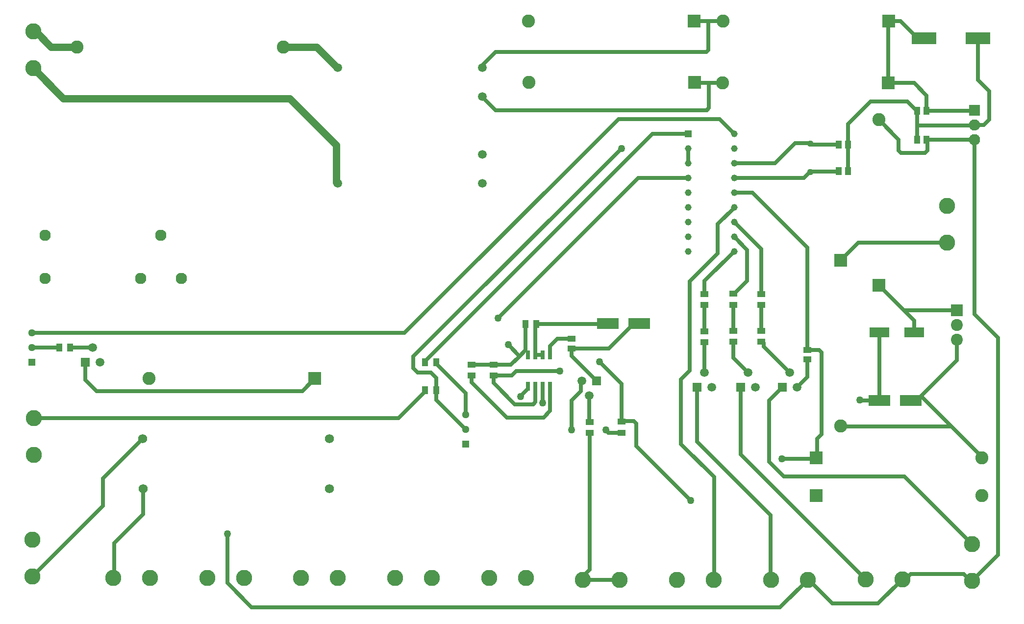
<source format=gtl>
G04*
G04 #@! TF.GenerationSoftware,Altium Limited,Altium Designer,20.0.13 (296)*
G04*
G04 Layer_Physical_Order=1*
G04 Layer_Color=255*
%FSLAX23Y23*%
%MOIN*%
G70*
G01*
G75*
%ADD42R,0.057X0.039*%
%ADD43R,0.169X0.083*%
%ADD44R,0.134X0.071*%
%ADD45R,0.150X0.073*%
%ADD46R,0.039X0.057*%
%ADD47R,0.040X0.058*%
%ADD48R,0.058X0.040*%
%ADD49R,0.026X0.060*%
%ADD50C,0.025*%
%ADD51C,0.050*%
%ADD52R,0.089X0.089*%
%ADD53C,0.089*%
%ADD54C,0.059*%
%ADD55C,0.110*%
%ADD56R,0.059X0.059*%
%ADD57C,0.059*%
%ADD58R,0.046X0.046*%
%ADD59C,0.046*%
%ADD60R,0.076X0.076*%
%ADD61C,0.076*%
%ADD62R,0.081X0.081*%
%ADD63C,0.081*%
%ADD64C,0.044*%
%ADD65R,0.051X0.051*%
%ADD66C,0.051*%
%ADD67C,0.062*%
%ADD68C,0.077*%
%ADD69R,0.089X0.089*%
%ADD70C,0.050*%
D42*
X3365Y1700D02*
D03*
Y1625D02*
D03*
X3215Y1700D02*
D03*
Y1625D02*
D03*
X4800Y2180D02*
D03*
Y2105D02*
D03*
X4995Y2182D02*
D03*
Y2108D02*
D03*
X5185Y2180D02*
D03*
Y2105D02*
D03*
X4020Y1235D02*
D03*
Y1310D02*
D03*
X4235Y1312D02*
D03*
Y1238D02*
D03*
X5185Y1930D02*
D03*
Y1855D02*
D03*
X4995Y1930D02*
D03*
Y1855D02*
D03*
X4800Y1927D02*
D03*
Y1853D02*
D03*
D43*
X6658Y3920D02*
D03*
X6292D02*
D03*
D44*
X5989Y1920D02*
D03*
X6225D02*
D03*
D45*
X4144Y1980D02*
D03*
X4356D02*
D03*
X6201Y1455D02*
D03*
X5989D02*
D03*
D46*
X2900Y1525D02*
D03*
X2975D02*
D03*
X2975Y1715D02*
D03*
X2900D02*
D03*
X3657Y1975D02*
D03*
X3583D02*
D03*
X487Y1815D02*
D03*
X413D02*
D03*
D47*
X5775Y3015D02*
D03*
X5711D02*
D03*
X5777Y3195D02*
D03*
X5713D02*
D03*
X6309Y3425D02*
D03*
X6245D02*
D03*
X6310Y3230D02*
D03*
X6246D02*
D03*
D48*
X3895Y1875D02*
D03*
Y1811D02*
D03*
X5500Y1799D02*
D03*
Y1735D02*
D03*
D49*
X3600Y1553D02*
D03*
X3650D02*
D03*
X3700D02*
D03*
X3750D02*
D03*
Y1767D02*
D03*
X3700D02*
D03*
X3650D02*
D03*
X3600D02*
D03*
D50*
X6735Y3365D02*
Y3560D01*
X6700Y3330D02*
X6735Y3365D01*
X6635Y3330D02*
X6700D01*
X6658Y3637D02*
Y3920D01*
Y3637D02*
X6735Y3560D01*
X5500Y1615D02*
Y1735D01*
X5430Y1545D02*
X5500Y1615D01*
X6246Y3328D02*
Y3424D01*
Y3231D02*
Y3328D01*
X6633D02*
X6635Y3330D01*
X6246Y3328D02*
X6633D01*
X6246Y3231D02*
X6246Y3230D01*
X6245Y3425D02*
X6246Y3424D01*
X6245Y3425D02*
Y3434D01*
X6237Y3441D02*
X6245Y3434D01*
X6229Y3441D02*
X6237D01*
X6180Y3490D02*
X6229Y3441D01*
X5930Y3490D02*
X6180D01*
X5777Y3195D02*
Y3337D01*
X5930Y3490D01*
X5775Y3015D02*
X5776Y3016D01*
Y3194D01*
X5777Y3195D01*
X5986Y1457D02*
X5989Y1455D01*
X5858Y1457D02*
X5986D01*
X5855Y1460D02*
X5858Y1457D01*
X5555Y1060D02*
X5560Y1065D01*
X5240Y1455D02*
X5330Y1545D01*
X5240Y1040D02*
X5340Y940D01*
X5565Y1070D02*
Y1195D01*
X5595Y1225D02*
Y1784D01*
X5045Y1090D02*
X5895Y240D01*
X5580Y1799D02*
X5595Y1784D01*
X5565Y1195D02*
X5595Y1225D01*
X5240Y1040D02*
Y1455D01*
X5500Y1799D02*
X5580D01*
X5340Y940D02*
X6160D01*
X5560Y1065D02*
X5565Y1070D01*
X5045Y1090D02*
Y1545D01*
X5989Y1455D02*
Y1920D01*
X5989Y1920D01*
X3550Y1486D02*
X3600Y1536D01*
X3550Y1483D02*
Y1486D01*
X3600Y1536D02*
Y1553D01*
X3635Y1430D02*
X3650Y1445D01*
X3365Y1575D02*
X3510Y1430D01*
X3635D01*
X3365Y1575D02*
Y1625D01*
X3455Y1340D02*
X3705D01*
X3750Y1385D01*
X3650Y1445D02*
Y1553D01*
X3175Y1360D02*
Y1506D01*
X2975Y1706D02*
X3175Y1506D01*
X2975Y1706D02*
Y1715D01*
X3895Y1760D02*
Y1811D01*
Y1760D02*
X4065Y1590D01*
X4318Y1980D02*
X4356D01*
X4149Y1811D02*
X4318Y1980D01*
X3895Y1811D02*
X4149D01*
X2065Y1520D02*
X2150Y1605D01*
X590Y1595D02*
X665Y1520D01*
X2065D01*
X5980Y75D02*
X6145Y240D01*
X6167D01*
X6202Y275D01*
X6563D01*
X6608Y230D02*
X6620D01*
X6563Y275D02*
X6608Y230D01*
X3974Y260D02*
X4020Y306D01*
Y1235D01*
X3974Y237D02*
Y260D01*
X3895Y1255D02*
Y1455D01*
X3960Y1520D01*
Y1585D01*
X3965Y1590D01*
X3700Y1440D02*
Y1553D01*
X3520Y1655D02*
X3815D01*
X3490Y1625D02*
X3520Y1655D01*
X4015Y1490D02*
X4017Y1487D01*
Y1312D02*
Y1487D01*
X1720Y50D02*
X5314D01*
X5502Y237D01*
X5508D01*
X1555Y215D02*
X1720Y50D01*
X1555Y215D02*
Y550D01*
X4215Y3370D02*
X4901D01*
X5001Y3270D01*
X2760Y1915D02*
X4215Y3370D01*
X225Y1915D02*
X2760D01*
X3365Y1625D02*
X3490D01*
X3215Y1580D02*
X3455Y1340D01*
X4320Y1315D02*
X4335Y1300D01*
X4235Y1312D02*
X4238Y1315D01*
X4320D01*
X4335Y1145D02*
Y1300D01*
Y1145D02*
X4705Y775D01*
X4865Y240D02*
Y935D01*
X4640Y1160D02*
Y1600D01*
X5250Y240D02*
Y675D01*
X4750Y1175D02*
X5250Y675D01*
X4750Y1175D02*
Y1545D01*
X4640Y1160D02*
X4865Y935D01*
X3542Y1758D02*
X3583Y1799D01*
X3483Y1700D02*
X3542Y1758D01*
X3465Y1835D02*
X3542Y1758D01*
X4235Y1312D02*
Y1570D01*
X4085Y1720D02*
X4235Y1570D01*
X4017Y1312D02*
X4020Y1310D01*
X3657Y1975D02*
X3660Y1977D01*
X4141D01*
X4144Y1980D01*
X2820Y1675D02*
X2848Y1648D01*
X2820Y1755D02*
X4235Y3170D01*
X2820Y1675D02*
Y1755D01*
X2900Y1715D02*
Y1724D01*
X4446Y3270D02*
X4689D01*
X2900Y1724D02*
X4446Y3270D01*
X4350Y2970D02*
X4689D01*
X3395Y2015D02*
X4350Y2970D01*
X2848Y1648D02*
X2938D01*
X2975Y1525D02*
Y1610D01*
X2938Y1648D02*
X2975Y1610D01*
X3650Y1767D02*
X3700D01*
X5325Y1060D02*
X5555D01*
X6160Y940D02*
X6620Y480D01*
X4863Y237D02*
X4865Y240D01*
X4640Y1600D02*
X4700Y1660D01*
Y2265D01*
X4890Y2455D01*
Y2655D01*
X5001Y2766D01*
Y2770D01*
X4689Y3070D02*
Y3170D01*
X240Y1335D02*
X2719D01*
X2900Y1516D01*
Y1525D01*
X779Y250D02*
X785Y256D01*
Y485D01*
X982Y682D02*
Y855D01*
X785Y485D02*
X982Y682D01*
X710Y925D02*
X980Y1195D01*
X710Y740D02*
Y925D01*
X230Y260D02*
X710Y740D01*
X590Y1595D02*
Y1715D01*
X487Y1815D02*
X640D01*
X225D02*
X413D01*
X2975Y1460D02*
Y1525D01*
Y1460D02*
X3175Y1260D01*
X3215Y1580D02*
Y1625D01*
X3750Y1385D02*
Y1553D01*
X3215Y1700D02*
X3365D01*
X3483D01*
X3750Y1767D02*
Y1825D01*
X3800Y1875D02*
X3895D01*
X3750Y1825D02*
X3800Y1875D01*
X3215Y1700D02*
X3215Y1700D01*
X3583Y1799D02*
Y1975D01*
X3650Y1767D02*
Y1959D01*
X3657Y1966D01*
Y1975D01*
X4147Y1238D02*
X4235D01*
X4130Y1255D02*
X4147Y1238D01*
X3974Y237D02*
X4224D01*
X5250Y240D02*
X5252Y237D01*
X5517Y3205D02*
X5520Y3202D01*
X5415Y3205D02*
X5517D01*
X5001Y3070D02*
X5280D01*
X5415Y3205D01*
X5476Y2970D02*
X5518Y3013D01*
X5001Y2970D02*
X5476D01*
X5001Y2870D02*
X5125D01*
X5500Y2495D01*
Y1799D02*
Y2495D01*
X5185Y2180D02*
Y2486D01*
X5001Y2670D02*
X5185Y2486D01*
X4995Y2182D02*
X5004D01*
X5090Y2269D01*
X5001Y2570D02*
X5090Y2481D01*
Y2269D02*
Y2481D01*
X4800Y2180D02*
Y2269D01*
X5001Y2470D01*
X5185Y1930D02*
Y2105D01*
X4995Y1930D02*
Y2108D01*
X4800Y1927D02*
Y2105D01*
X5201Y1824D02*
X5380Y1645D01*
X5201Y1824D02*
Y1848D01*
X5194Y1855D02*
X5201Y1848D01*
X5185Y1855D02*
X5194D01*
X4995Y1745D02*
Y1855D01*
Y1745D02*
X5095Y1645D01*
X4800D02*
Y1853D01*
X6479Y1281D02*
X6686Y1074D01*
X6272Y1488D02*
X6479Y1281D01*
X5725Y1284D02*
X5728Y1281D01*
X6479D01*
X5845Y2530D02*
X6450D01*
X5725Y2410D02*
X5845Y2530D01*
X5508Y237D02*
X5670Y75D01*
X5980D01*
X6620Y230D02*
X6795Y405D01*
Y1883D01*
X6635Y2043D02*
X6795Y1883D01*
X6635Y2043D02*
Y3230D01*
X6686Y1065D02*
Y1074D01*
X6272Y1488D02*
X6515Y1730D01*
Y1870D01*
X6155Y2070D02*
X6225Y2000D01*
X5985Y2240D02*
X6155Y2070D01*
X6515D01*
X6225Y1920D02*
Y2000D01*
X5518Y3013D02*
X5709D01*
X5711Y3015D01*
X5532Y3195D02*
X5713D01*
X5525Y3202D02*
X5532Y3195D01*
X5520Y3202D02*
X5525D01*
X6135Y3140D02*
X6300D01*
X6310Y3230D02*
X6315Y3225D01*
Y3155D02*
Y3225D01*
X6300Y3140D02*
X6315Y3155D01*
X6120D02*
Y3231D01*
Y3155D02*
X6135Y3140D01*
X5985Y3366D02*
X6120Y3231D01*
X6310Y3230D02*
X6635D01*
X6309Y3425D02*
X6630D01*
X6635Y3430D01*
X6309Y3425D02*
X6310Y3426D01*
Y3530D01*
X6050Y3615D02*
X6225D01*
X6310Y3530D01*
X6051Y4035D02*
X6134D01*
X6249Y3920D01*
X6292D01*
X6050Y3615D02*
Y4034D01*
X6051Y4035D01*
X4830Y3615D02*
X4924D01*
X4736D02*
X4830D01*
X3380Y3430D02*
X4815D01*
X4830Y3445D01*
Y3615D01*
X3280Y3530D02*
X3380Y3430D01*
X4827Y4035D02*
X4925D01*
X4730D02*
X4827D01*
X3378Y3825D02*
X4813D01*
X4827Y3840D01*
Y4035D01*
X3280Y3727D02*
X3378Y3825D01*
X4731Y3620D02*
X4736Y3615D01*
D51*
X251Y3965D02*
X356Y3860D01*
X534D02*
X534Y3860D01*
X356Y3860D02*
X534D01*
X235Y3965D02*
X251D01*
X1980Y3510D02*
X2296Y3194D01*
Y2939D02*
Y3194D01*
X440Y3510D02*
X1980D01*
X235Y3715D02*
X440Y3510D01*
X2163Y3860D02*
X2296Y3727D01*
X1936Y3860D02*
X2163D01*
D52*
X6050Y3615D02*
D03*
X6051Y4035D02*
D03*
X4730D02*
D03*
X4731Y3620D02*
D03*
X2150Y1605D02*
D03*
X5560Y810D02*
D03*
Y1065D02*
D03*
D53*
X4924Y3615D02*
D03*
X4925Y4035D02*
D03*
X3604D02*
D03*
X3605Y3620D02*
D03*
X1936Y3860D02*
D03*
X534D02*
D03*
X1024Y1605D02*
D03*
X5985Y3366D02*
D03*
X6686Y810D02*
D03*
Y1065D02*
D03*
X5725Y1284D02*
D03*
D54*
X2306Y2933D02*
D03*
Y3721D02*
D03*
X3290D02*
D03*
Y3524D02*
D03*
Y3130D02*
D03*
Y2933D02*
D03*
D55*
X235Y3715D02*
D03*
Y3965D02*
D03*
X3335Y250D02*
D03*
X3585D02*
D03*
X2696D02*
D03*
X2946D02*
D03*
X2057D02*
D03*
X2307D02*
D03*
X1418D02*
D03*
X1668D02*
D03*
X4863Y237D02*
D03*
X4613D02*
D03*
X779Y250D02*
D03*
X1029D02*
D03*
X230Y510D02*
D03*
Y260D02*
D03*
X240Y1085D02*
D03*
Y1335D02*
D03*
X6450Y2780D02*
D03*
Y2530D02*
D03*
X3974Y237D02*
D03*
X4224D02*
D03*
X6620Y230D02*
D03*
Y480D02*
D03*
X6145Y240D02*
D03*
X5895D02*
D03*
X5502Y237D02*
D03*
X5252D02*
D03*
D56*
X4065Y1590D02*
D03*
X590Y1715D02*
D03*
X5330Y1545D02*
D03*
X5045D02*
D03*
X4750D02*
D03*
D57*
X4015Y1490D02*
D03*
X3965Y1590D02*
D03*
X640Y1815D02*
D03*
X690Y1715D02*
D03*
X5380Y1645D02*
D03*
X5430Y1545D02*
D03*
X5095Y1645D02*
D03*
X5145Y1545D02*
D03*
X4800Y1645D02*
D03*
X4850Y1545D02*
D03*
D58*
X4689Y3270D02*
D03*
D59*
Y3170D02*
D03*
Y3070D02*
D03*
Y2970D02*
D03*
Y2870D02*
D03*
Y2770D02*
D03*
Y2670D02*
D03*
Y2570D02*
D03*
Y2470D02*
D03*
X5001D02*
D03*
Y2570D02*
D03*
Y2670D02*
D03*
Y2770D02*
D03*
Y2870D02*
D03*
Y2970D02*
D03*
Y3070D02*
D03*
Y3170D02*
D03*
Y3270D02*
D03*
D60*
X6635Y3430D02*
D03*
D61*
Y3330D02*
D03*
Y3230D02*
D03*
D62*
X6515Y2070D02*
D03*
D63*
Y1970D02*
D03*
Y1870D02*
D03*
D64*
X5520Y3202D02*
D03*
Y3010D02*
D03*
D65*
X3175Y1160D02*
D03*
X225Y1715D02*
D03*
D66*
X3175Y1260D02*
D03*
Y1360D02*
D03*
X225Y1815D02*
D03*
Y1915D02*
D03*
D67*
X982Y855D02*
D03*
X2250D02*
D03*
X980Y1195D02*
D03*
X2248D02*
D03*
D68*
X315Y2580D02*
D03*
X1103D02*
D03*
X1241Y2285D02*
D03*
X965D02*
D03*
X315D02*
D03*
D69*
X5985Y2240D02*
D03*
X5725Y2410D02*
D03*
D70*
X5855Y1460D02*
D03*
X3550Y1483D02*
D03*
X4130Y1255D02*
D03*
X3895Y1255D02*
D03*
X3700Y1440D02*
D03*
X3815Y1655D02*
D03*
X1555Y550D02*
D03*
X3465Y1835D02*
D03*
X4085Y1720D02*
D03*
X4235Y3170D02*
D03*
X4705Y775D02*
D03*
X5325Y1060D02*
D03*
X3395Y2015D02*
D03*
M02*

</source>
